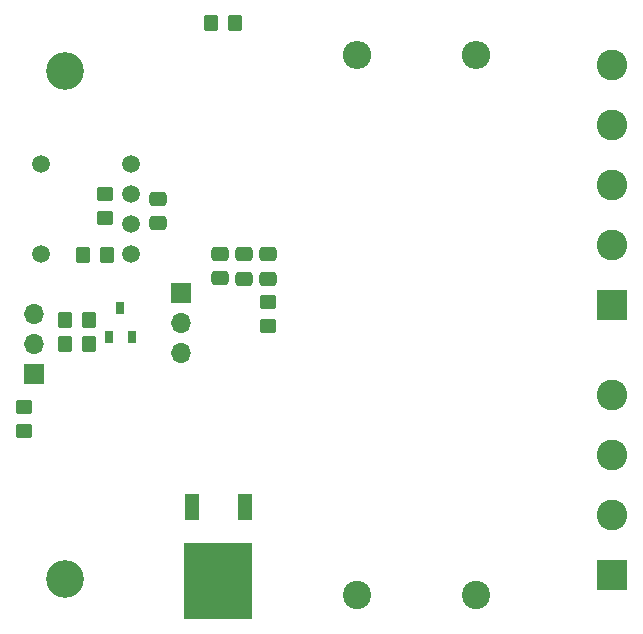
<source format=gbs>
G04 #@! TF.GenerationSoftware,KiCad,Pcbnew,(6.0.6)*
G04 #@! TF.CreationDate,2022-08-27T12:11:26+02:00*
G04 #@! TF.ProjectId,switched-load-module,73776974-6368-4656-942d-6c6f61642d6d,rev?*
G04 #@! TF.SameCoordinates,Original*
G04 #@! TF.FileFunction,Soldermask,Bot*
G04 #@! TF.FilePolarity,Negative*
%FSLAX46Y46*%
G04 Gerber Fmt 4.6, Leading zero omitted, Abs format (unit mm)*
G04 Created by KiCad (PCBNEW (6.0.6)) date 2022-08-27 12:11:26*
%MOMM*%
%LPD*%
G01*
G04 APERTURE LIST*
G04 Aperture macros list*
%AMRoundRect*
0 Rectangle with rounded corners*
0 $1 Rounding radius*
0 $2 $3 $4 $5 $6 $7 $8 $9 X,Y pos of 4 corners*
0 Add a 4 corners polygon primitive as box body*
4,1,4,$2,$3,$4,$5,$6,$7,$8,$9,$2,$3,0*
0 Add four circle primitives for the rounded corners*
1,1,$1+$1,$2,$3*
1,1,$1+$1,$4,$5*
1,1,$1+$1,$6,$7*
1,1,$1+$1,$8,$9*
0 Add four rect primitives between the rounded corners*
20,1,$1+$1,$2,$3,$4,$5,0*
20,1,$1+$1,$4,$5,$6,$7,0*
20,1,$1+$1,$6,$7,$8,$9,0*
20,1,$1+$1,$8,$9,$2,$3,0*%
G04 Aperture macros list end*
%ADD10C,1.515000*%
%ADD11R,2.600000X2.600000*%
%ADD12C,2.600000*%
%ADD13R,1.700000X1.700000*%
%ADD14O,1.700000X1.700000*%
%ADD15C,2.400000*%
%ADD16O,2.400000X2.400000*%
%ADD17C,3.200000*%
%ADD18RoundRect,0.250000X0.350000X0.450000X-0.350000X0.450000X-0.350000X-0.450000X0.350000X-0.450000X0*%
%ADD19RoundRect,0.250000X-0.475000X0.337500X-0.475000X-0.337500X0.475000X-0.337500X0.475000X0.337500X0*%
%ADD20RoundRect,0.250000X0.450000X-0.350000X0.450000X0.350000X-0.450000X0.350000X-0.450000X-0.350000X0*%
%ADD21RoundRect,0.250000X-0.350000X-0.450000X0.350000X-0.450000X0.350000X0.450000X-0.350000X0.450000X0*%
%ADD22RoundRect,0.250000X-0.450000X0.350000X-0.450000X-0.350000X0.450000X-0.350000X0.450000X0.350000X0*%
%ADD23R,0.700000X1.000000*%
%ADD24RoundRect,0.250000X0.475000X-0.337500X0.475000X0.337500X-0.475000X0.337500X-0.475000X-0.337500X0*%
%ADD25R,1.200000X2.200000*%
%ADD26R,5.800000X6.400000*%
G04 APERTURE END LIST*
D10*
X49984000Y-65780000D03*
X49984000Y-63240000D03*
X49984000Y-60700000D03*
X49984000Y-58160000D03*
X42364000Y-58160000D03*
X42364000Y-65780000D03*
D11*
X90705000Y-92970000D03*
D12*
X90705000Y-87890000D03*
X90705000Y-82810000D03*
X90705000Y-77730000D03*
D13*
X54150000Y-69025000D03*
D14*
X54150000Y-71565000D03*
X54150000Y-74105000D03*
D15*
X79150000Y-94600000D03*
D16*
X79150000Y-48880000D03*
D17*
X44350000Y-93250000D03*
D13*
X41755000Y-75895000D03*
D14*
X41755000Y-73355000D03*
X41755000Y-70815000D03*
D15*
X69100000Y-94610000D03*
D16*
X69100000Y-48890000D03*
D11*
X90700000Y-70100000D03*
D12*
X90700000Y-65020000D03*
X90700000Y-59940000D03*
X90700000Y-54860000D03*
X90700000Y-49780000D03*
D17*
X44350000Y-50250000D03*
D18*
X46350000Y-73350000D03*
X44350000Y-73350000D03*
D19*
X61550000Y-65762500D03*
X61550000Y-67837500D03*
D20*
X47750000Y-62700000D03*
X47750000Y-60700000D03*
D21*
X44350000Y-71350000D03*
X46350000Y-71350000D03*
D22*
X61550000Y-69837500D03*
X61550000Y-71837500D03*
D23*
X50000000Y-72750000D03*
X48100000Y-72750000D03*
X49050000Y-70350000D03*
D18*
X58750000Y-46200000D03*
X56750000Y-46200000D03*
X47900000Y-65800000D03*
X45900000Y-65800000D03*
D24*
X52250000Y-63137500D03*
X52250000Y-61062500D03*
D19*
X59500000Y-65762500D03*
X59500000Y-67837500D03*
D22*
X40850000Y-78700000D03*
X40850000Y-80700000D03*
D19*
X57450000Y-65750000D03*
X57450000Y-67825000D03*
D25*
X55070000Y-87150000D03*
D26*
X57350000Y-93450000D03*
D25*
X59630000Y-87150000D03*
M02*

</source>
